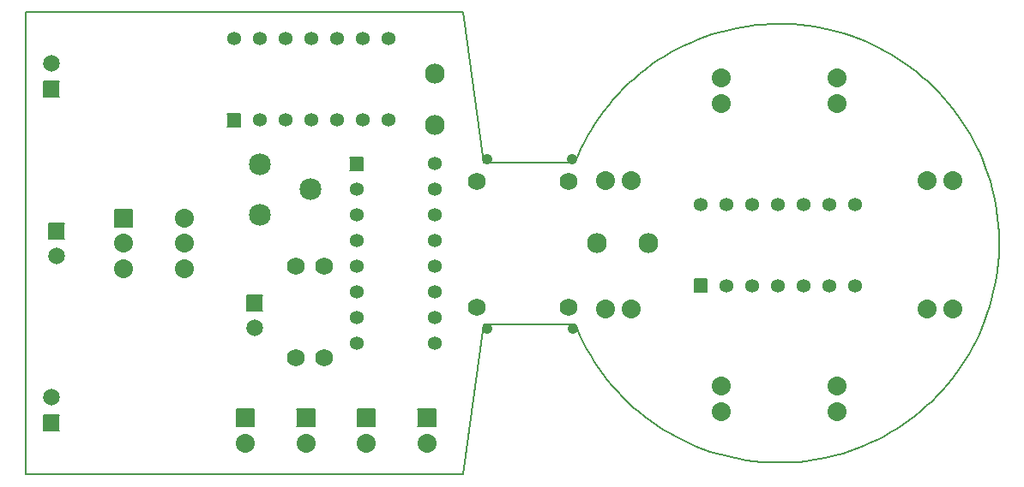
<source format=gbs>
*
%FSLAX26Y26*%
%MOIN*%
%ADD10C,0.053500*%
%ADD11C,0.069250*%
%ADD12R,0.060250X0.060250*%
%ADD13C,0.005000*%
%ADD14C,0.065250*%
%ADD15C,0.077250*%
%ADD16C,0.073500*%
%ADD17R,0.068000X0.068000*%
%ADD18C,0.005500*%
%ADD19C,0.085000*%
%ADD20R,0.048500X0.048500*%
%ADD21C,0.008000*%
%ADD22C,0.041496*%
%IPPOS*%
%LNgbs*%
%LPD*%
G75*
G54D10*
X1410000Y1380000D03*
X1286300Y710000D03*
Y510000D03*
X3225000Y735000D03*
G54D11*
X1755670Y1140000D03*
Y650000D03*
X1050000Y810000D03*
G54D12*
X97210Y199620D02*
X102210D01*
G54D13*
X69585Y229745D02*
X129835D01*
X69585Y169495D02*
X129835D01*
G54D14*
X120000Y851530D03*
X99710Y299620D03*
X890000Y571530D03*
G54D15*
X2220000Y900000D03*
X1590000Y1560000D03*
G54D10*
X810000Y1697390D03*
X1590000Y1210000D03*
X2625000Y1052390D03*
X1410000Y1697390D03*
X1310000D03*
X1210000D03*
X1110000D03*
X1010000D03*
X910000D03*
X1310000Y1380000D03*
X1210000D03*
X1110000D03*
X1010000D03*
X910000D03*
X1286300Y1110000D03*
Y1010000D03*
Y910000D03*
Y810000D03*
Y610000D03*
X1590000Y1110000D03*
Y1010000D03*
Y910000D03*
Y810000D03*
Y710000D03*
Y610000D03*
Y510000D03*
X3225000Y1052390D03*
X3125000D03*
X3025000D03*
X2925000D03*
X2825000D03*
X2725000D03*
X3125000Y735000D03*
X3025000D03*
X2925000D03*
X2825000D03*
X2725000D03*
G54D11*
X2110000Y1140000D03*
Y650000D03*
X1050000Y455670D03*
X1160000Y810000D03*
Y455670D03*
G54D16*
X618110Y998430D03*
Y900000D03*
Y801580D03*
X381890Y900000D03*
Y801580D03*
X2705000Y345000D03*
Y245000D03*
X3155000Y345000D03*
Y245000D03*
X3505000Y645000D03*
X3605000D03*
X3505000Y1145000D03*
X3605000D03*
X3155000Y1445000D03*
Y1545000D03*
X2705000Y1445000D03*
Y1545000D03*
X2355000Y1145000D03*
X2255000D03*
X2355000Y645000D03*
X2255000D03*
X855000Y120000D03*
X1090000D03*
X1325000D03*
X1560000D03*
G54D17*
X379140Y998430D02*
X384640D01*
G54D18*
X347890Y1032430D02*
X415890D01*
X347890Y964430D02*
X415890D01*
G54D17*
X852250Y220000D02*
X857750D01*
G54D18*
X821000Y254000D02*
X889000D01*
X821000Y186000D02*
X889000D01*
G54D17*
X1087250Y220000D02*
X1092750D01*
G54D18*
X1056000Y254000D02*
X1124000D01*
X1056000Y186000D02*
X1124000D01*
G54D17*
X1322250Y220000D02*
X1327750D01*
G54D18*
X1291000Y254000D02*
X1359000D01*
X1291000Y186000D02*
X1359000D01*
G54D17*
X1557250Y220000D02*
X1562750D01*
G54D18*
X1526000Y254000D02*
X1594000D01*
X1526000Y186000D02*
X1594000D01*
G54D12*
X117500Y948470D02*
X122500D01*
G54D13*
X89875Y978595D02*
X150125D01*
X89875Y918345D02*
X150125D01*
G54D12*
X97210Y1499620D02*
X102210D01*
G54D13*
X69585Y1529745D02*
X129835D01*
X69585Y1469495D02*
X129835D01*
G54D12*
X887500Y668470D02*
X892500D01*
G54D13*
X859875Y698595D02*
X920125D01*
X859875Y638345D02*
X920125D01*
G54D14*
X99710Y1599620D03*
G54D19*
X912000Y1011000D03*
X1108000Y1110000D03*
X912000Y1209000D03*
G54D20*
X807500Y1380000D02*
X812500D01*
G54D13*
X785750Y1404250D02*
X834250D01*
X785750Y1355750D02*
X834250D01*
G54D20*
X2622500Y735000D02*
X2627500D01*
G54D13*
X2600750Y759250D02*
X2649250D01*
X2600750Y710750D02*
X2649250D01*
G54D20*
X1283800Y1210000D02*
X1288800D01*
G54D13*
X1262050Y1234250D02*
X1310550D01*
X1262050Y1185750D02*
X1310550D01*
G54D15*
X2420000Y900000D03*
X1590000Y1360000D03*
G54D21*
X2136870Y582750D02*
X1780379D01*
X1700000Y0D01*
X0D01*
Y1800000D01*
X1700000D01*
X1780975Y1212930D01*
X2135160D01*
X2146254Y1239762D01*
X2158254Y1266200D01*
X2171145Y1292216D01*
X2184912Y1317779D01*
X2199541Y1342859D01*
X2215013Y1367428D01*
X2231312Y1391456D01*
X2248418Y1414917D01*
X2266311Y1437783D01*
X2284970Y1460027D01*
X2304375Y1481625D01*
X2324503Y1502550D01*
X2345330Y1522780D01*
X2366833Y1542290D01*
X2388986Y1561058D01*
X2411765Y1579062D01*
X2435142Y1596282D01*
X2459091Y1612697D01*
X2483583Y1628289D01*
X2508592Y1643040D01*
X2534087Y1656932D01*
X2560040Y1669950D01*
X2586420Y1682078D01*
X2613197Y1693303D01*
X2640340Y1703611D01*
X2667818Y1712991D01*
X2695599Y1721431D01*
X2723650Y1728923D01*
X2751940Y1735457D01*
X2780436Y1741026D01*
X2809104Y1745623D01*
X2837912Y1749243D01*
X2866826Y1751882D01*
X2895814Y1753537D01*
X2924841Y1754206D01*
X2953873Y1753888D01*
X2982879Y1752583D01*
X3011823Y1750294D01*
X3040673Y1747022D01*
X3069394Y1742772D01*
X3097955Y1737548D01*
X3126322Y1731356D01*
X3154462Y1724204D01*
X3182342Y1716100D01*
X3209931Y1707053D01*
X3237197Y1697074D01*
X3264108Y1686174D01*
X3290633Y1674365D01*
X3316741Y1661662D01*
X3342402Y1648079D01*
X3367587Y1633632D01*
X3392267Y1618337D01*
X3416412Y1602212D01*
X3439996Y1585276D01*
X3462990Y1567549D01*
X3485369Y1549050D01*
X3507106Y1529801D01*
X3528176Y1509825D01*
X3548555Y1489144D01*
X3568220Y1467782D01*
X3587147Y1445765D01*
X3605315Y1423117D01*
X3622703Y1399865D01*
X3639291Y1376035D01*
X3655059Y1351656D01*
X3669989Y1326754D01*
X3684065Y1301359D01*
X3697270Y1275501D01*
X3709588Y1249209D01*
X3721005Y1222514D01*
X3731509Y1195446D01*
X3741087Y1168036D01*
X3749728Y1140317D01*
X3757421Y1112321D01*
X3764159Y1084079D01*
X3769933Y1055624D01*
X3774737Y1026990D01*
X3778565Y998209D01*
X3781413Y969314D01*
X3783277Y940339D01*
X3784155Y911318D01*
X3784046Y882284D01*
X3782951Y853270D01*
X3780870Y824310D01*
X3777807Y795437D01*
X3773764Y766685D01*
X3768746Y738088D01*
X3762759Y709677D01*
X3755810Y681486D01*
X3747907Y653548D01*
X3739060Y625894D01*
X3729277Y598557D01*
X3718571Y571569D01*
X3706954Y544959D01*
X3694440Y518760D01*
X3681042Y493001D01*
X3666777Y467713D01*
X3651661Y442924D01*
X3635711Y418663D01*
X3618945Y394958D01*
X3601384Y371836D01*
X3583047Y349325D01*
X3563956Y327450D01*
X3544132Y306236D01*
X3523598Y285708D01*
X3502379Y265890D01*
X3480499Y246804D01*
X3457983Y228473D01*
X3434857Y210918D01*
X3411147Y194159D01*
X3386882Y178215D01*
X3362089Y163105D01*
X3336796Y148847D01*
X3311034Y135456D01*
X3284832Y122949D01*
X3258219Y111339D01*
X3231228Y100640D01*
X3203888Y90865D01*
X3176232Y82025D01*
X3148292Y74129D01*
X3120099Y67188D01*
X3091687Y61208D01*
X3063088Y56198D01*
X3034335Y52163D01*
X3005462Y49107D01*
X2976501Y47034D01*
X2947487Y45946D01*
X2918452Y45846D01*
X2889431Y46731D01*
X2860457Y48603D01*
X2831563Y51458D01*
X2802783Y55294D01*
X2774150Y60105D01*
X2745697Y65887D01*
X2717457Y72632D01*
X2689462Y80334D01*
X2661745Y88982D01*
X2634339Y98567D01*
X2607273Y109078D01*
X2580581Y120502D01*
X2554292Y132827D01*
X2528438Y146039D01*
X2503047Y160121D01*
X2478149Y175059D01*
X2453774Y190833D01*
X2429948Y207427D01*
X2406701Y224821D01*
X2384058Y242996D01*
X2362045Y261929D01*
X2340689Y281599D01*
X2320014Y301984D01*
X2300043Y323059D01*
X2280800Y344801D01*
X2262307Y367185D01*
X2244586Y390184D01*
X2227656Y413772D01*
X2211538Y437921D01*
X2196249Y462605D01*
X2181809Y487794D01*
X2168233Y513459D01*
X2155537Y539570D01*
X2143735Y566098D01*
X2139340Y576644D01*
X2136870Y582750D01*
G54D22*
X1794070Y567041D03*
X2126305D03*
X2124533Y1228639D03*
X1794666D03*
M02*

</source>
